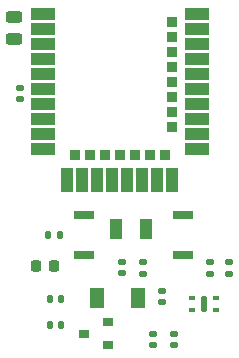
<source format=gbr>
G04 #@! TF.GenerationSoftware,KiCad,Pcbnew,7.0.9*
G04 #@! TF.CreationDate,2024-02-10T14:11:46+01:00*
G04 #@! TF.ProjectId,parasite,70617261-7369-4746-952e-6b696361645f,2.0.0*
G04 #@! TF.SameCoordinates,Original*
G04 #@! TF.FileFunction,Paste,Top*
G04 #@! TF.FilePolarity,Positive*
%FSLAX46Y46*%
G04 Gerber Fmt 4.6, Leading zero omitted, Abs format (unit mm)*
G04 Created by KiCad (PCBNEW 7.0.9) date 2024-02-10 14:11:46*
%MOMM*%
%LPD*%
G01*
G04 APERTURE LIST*
G04 Aperture macros list*
%AMRoundRect*
0 Rectangle with rounded corners*
0 $1 Rounding radius*
0 $2 $3 $4 $5 $6 $7 $8 $9 X,Y pos of 4 corners*
0 Add a 4 corners polygon primitive as box body*
4,1,4,$2,$3,$4,$5,$6,$7,$8,$9,$2,$3,0*
0 Add four circle primitives for the rounded corners*
1,1,$1+$1,$2,$3*
1,1,$1+$1,$4,$5*
1,1,$1+$1,$6,$7*
1,1,$1+$1,$8,$9*
0 Add four rect primitives between the rounded corners*
20,1,$1+$1,$2,$3,$4,$5,0*
20,1,$1+$1,$4,$5,$6,$7,0*
20,1,$1+$1,$6,$7,$8,$9,0*
20,1,$1+$1,$8,$9,$2,$3,0*%
G04 Aperture macros list end*
%ADD10RoundRect,0.243750X0.456250X-0.243750X0.456250X0.243750X-0.456250X0.243750X-0.456250X-0.243750X0*%
%ADD11R,2.000000X1.000000*%
%ADD12R,1.000000X2.000000*%
%ADD13R,0.900000X0.900000*%
%ADD14RoundRect,0.147500X-0.172500X0.147500X-0.172500X-0.147500X0.172500X-0.147500X0.172500X0.147500X0*%
%ADD15RoundRect,0.147500X0.147500X0.172500X-0.147500X0.172500X-0.147500X-0.172500X0.147500X-0.172500X0*%
%ADD16R,0.900000X0.800000*%
%ADD17RoundRect,0.147500X-0.147500X-0.172500X0.147500X-0.172500X0.147500X0.172500X-0.147500X0.172500X0*%
%ADD18RoundRect,0.147500X0.172500X-0.147500X0.172500X0.147500X-0.172500X0.147500X-0.172500X-0.147500X0*%
%ADD19R,1.000000X1.800000*%
%ADD20RoundRect,0.218750X0.218750X0.256250X-0.218750X0.256250X-0.218750X-0.256250X0.218750X-0.256250X0*%
%ADD21RoundRect,0.087500X0.187500X0.087500X-0.187500X0.087500X-0.187500X-0.087500X0.187500X-0.087500X0*%
%ADD22RoundRect,0.125000X0.125000X0.575000X-0.125000X0.575000X-0.125000X-0.575000X0.125000X-0.575000X0*%
%ADD23RoundRect,0.087500X-0.187500X-0.087500X0.187500X-0.087500X0.187500X0.087500X-0.187500X0.087500X0*%
%ADD24R,1.300000X1.700000*%
%ADD25R,1.700000X0.800000*%
G04 APERTURE END LIST*
D10*
X58000000Y-33613500D03*
X58000000Y-31738500D03*
D11*
X60468000Y-31542550D03*
X60468000Y-32812550D03*
X60468000Y-34082550D03*
X60468000Y-35352550D03*
X60468000Y-36622550D03*
X60468000Y-37892550D03*
X60468000Y-39162550D03*
X60468000Y-40432550D03*
X60468000Y-41702550D03*
X60468000Y-42972550D03*
D12*
X62528000Y-45572550D03*
D13*
X63158000Y-43472550D03*
D12*
X63798000Y-45572550D03*
D13*
X64428000Y-43472550D03*
D12*
X65068000Y-45572550D03*
D13*
X65698000Y-43472550D03*
D12*
X66338000Y-45572550D03*
D13*
X66968000Y-43472550D03*
D12*
X67608000Y-45572550D03*
D13*
X68238000Y-43472550D03*
D12*
X68878000Y-45572550D03*
D13*
X69508000Y-43472550D03*
D12*
X70148000Y-45572550D03*
D13*
X70778000Y-43472550D03*
D12*
X71418000Y-45572550D03*
D11*
X73468000Y-42972550D03*
X73468000Y-41702550D03*
D13*
X71368000Y-41067550D03*
D11*
X73468000Y-40432550D03*
D13*
X71368000Y-39797550D03*
D11*
X73468000Y-39162550D03*
D13*
X71368000Y-38527550D03*
D11*
X73468000Y-37892550D03*
D13*
X71368000Y-37257550D03*
D11*
X73468000Y-36622550D03*
D13*
X71368000Y-35987550D03*
D11*
X73468000Y-35352550D03*
D13*
X71368000Y-34717550D03*
D11*
X73468000Y-34082550D03*
D13*
X71368000Y-33447550D03*
D11*
X73468000Y-32812550D03*
D13*
X71368000Y-32177550D03*
D11*
X73468000Y-31542550D03*
D14*
X69762000Y-58584000D03*
X69762000Y-59554000D03*
X71540000Y-58584000D03*
X71540000Y-59554000D03*
D15*
X62015000Y-57822000D03*
X61045000Y-57822000D03*
D16*
X65936000Y-59518000D03*
X65936000Y-57618000D03*
X63936000Y-58568000D03*
D17*
X61045000Y-55663000D03*
X62015000Y-55663000D03*
D15*
X61865000Y-50202000D03*
X60895000Y-50202000D03*
D18*
X70524000Y-55917000D03*
X70524000Y-54947000D03*
D19*
X69138500Y-49694000D03*
X66638500Y-49694000D03*
D20*
X61405500Y-52869000D03*
X59830500Y-52869000D03*
D14*
X68884500Y-52534000D03*
X68884500Y-53504000D03*
D18*
X67106500Y-53481000D03*
X67106500Y-52511000D03*
D14*
X74588000Y-52534000D03*
X74588000Y-53504000D03*
D18*
X76239000Y-53504000D03*
X76239000Y-52534000D03*
D21*
X75105000Y-56544000D03*
X75105000Y-55544000D03*
D22*
X74080000Y-56044000D03*
D23*
X73055000Y-56544000D03*
X73055000Y-55544000D03*
D24*
X68492000Y-55536000D03*
X64992000Y-55536000D03*
D14*
X58500000Y-37765000D03*
X58500000Y-38735000D03*
D25*
X72302000Y-48502000D03*
X72302000Y-51902000D03*
X63920000Y-48502000D03*
X63920000Y-51902000D03*
M02*

</source>
